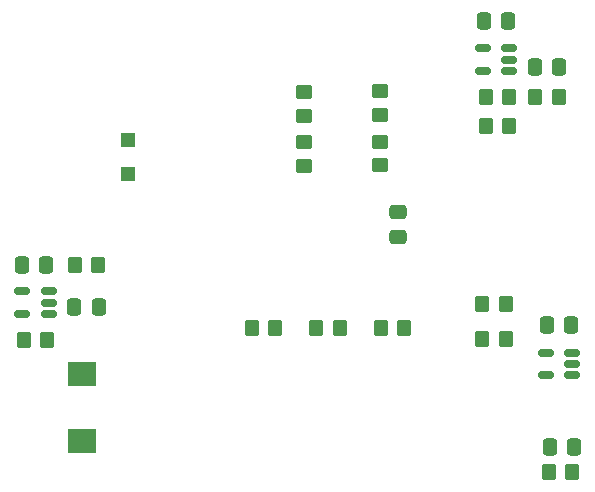
<source format=gbp>
%TF.GenerationSoftware,KiCad,Pcbnew,8.0.9*%
%TF.CreationDate,2025-05-22T10:54:23-04:00*%
%TF.ProjectId,rocket_power_board,726f636b-6574-45f7-906f-7765725f626f,rev?*%
%TF.SameCoordinates,Original*%
%TF.FileFunction,Paste,Bot*%
%TF.FilePolarity,Positive*%
%FSLAX46Y46*%
G04 Gerber Fmt 4.6, Leading zero omitted, Abs format (unit mm)*
G04 Created by KiCad (PCBNEW 8.0.9) date 2025-05-22 10:54:23*
%MOMM*%
%LPD*%
G01*
G04 APERTURE LIST*
G04 Aperture macros list*
%AMRoundRect*
0 Rectangle with rounded corners*
0 $1 Rounding radius*
0 $2 $3 $4 $5 $6 $7 $8 $9 X,Y pos of 4 corners*
0 Add a 4 corners polygon primitive as box body*
4,1,4,$2,$3,$4,$5,$6,$7,$8,$9,$2,$3,0*
0 Add four circle primitives for the rounded corners*
1,1,$1+$1,$2,$3*
1,1,$1+$1,$4,$5*
1,1,$1+$1,$6,$7*
1,1,$1+$1,$8,$9*
0 Add four rect primitives between the rounded corners*
20,1,$1+$1,$2,$3,$4,$5,0*
20,1,$1+$1,$4,$5,$6,$7,0*
20,1,$1+$1,$6,$7,$8,$9,0*
20,1,$1+$1,$8,$9,$2,$3,0*%
G04 Aperture macros list end*
%ADD10RoundRect,0.250000X-0.350000X-0.450000X0.350000X-0.450000X0.350000X0.450000X-0.350000X0.450000X0*%
%ADD11RoundRect,0.250000X0.350000X0.450000X-0.350000X0.450000X-0.350000X-0.450000X0.350000X-0.450000X0*%
%ADD12RoundRect,0.250000X-0.337500X-0.475000X0.337500X-0.475000X0.337500X0.475000X-0.337500X0.475000X0*%
%ADD13RoundRect,0.250000X0.337500X0.475000X-0.337500X0.475000X-0.337500X-0.475000X0.337500X-0.475000X0*%
%ADD14RoundRect,0.250000X-0.475000X0.337500X-0.475000X-0.337500X0.475000X-0.337500X0.475000X0.337500X0*%
%ADD15RoundRect,0.150000X0.512500X0.150000X-0.512500X0.150000X-0.512500X-0.150000X0.512500X-0.150000X0*%
%ADD16RoundRect,0.250000X-0.450000X0.350000X-0.450000X-0.350000X0.450000X-0.350000X0.450000X0.350000X0*%
%ADD17RoundRect,0.250000X0.450000X-0.350000X0.450000X0.350000X-0.450000X0.350000X-0.450000X-0.350000X0*%
%ADD18R,2.489200X2.159000*%
%ADD19R,1.200000X1.200000*%
G04 APERTURE END LIST*
D10*
%TO.C,R32*%
X233955500Y-96139000D03*
X235955500Y-96139000D03*
%TD*%
D11*
%TO.C,R19*%
X235674500Y-113697000D03*
X233674500Y-113697000D03*
%TD*%
D12*
%TO.C,C15*%
X239119500Y-115443000D03*
X241194500Y-115443000D03*
%TD*%
D13*
%TO.C,C16*%
X201189500Y-113919000D03*
X199114500Y-113919000D03*
%TD*%
D14*
%TO.C,C3*%
X226568000Y-105896500D03*
X226568000Y-107971500D03*
%TD*%
D11*
%TO.C,R23*%
X201152000Y-110363000D03*
X199152000Y-110363000D03*
%TD*%
D13*
%TO.C,C24*%
X240178500Y-93599000D03*
X238103500Y-93599000D03*
%TD*%
D15*
%TO.C,U8*%
X235960500Y-92014000D03*
X235960500Y-92964000D03*
X235960500Y-93914000D03*
X233685500Y-93914000D03*
X233685500Y-92014000D03*
%TD*%
%TO.C,U5*%
X196967000Y-112588000D03*
X196967000Y-113538000D03*
X196967000Y-114488000D03*
X194692000Y-114488000D03*
X194692000Y-112588000D03*
%TD*%
D10*
%TO.C,R9*%
X219599000Y-115697000D03*
X221599000Y-115697000D03*
%TD*%
D16*
%TO.C,R6*%
X218567000Y-95731500D03*
X218567000Y-97731500D03*
%TD*%
D12*
%TO.C,C14*%
X194669500Y-110363000D03*
X196744500Y-110363000D03*
%TD*%
D16*
%TO.C,R3*%
X225044000Y-95663000D03*
X225044000Y-97663000D03*
%TD*%
D17*
%TO.C,R7*%
X218567000Y-101965000D03*
X218567000Y-99965000D03*
%TD*%
D18*
%TO.C,C25*%
X199771000Y-119608600D03*
X199771000Y-125247400D03*
%TD*%
D10*
%TO.C,R10*%
X225060000Y-115697000D03*
X227060000Y-115697000D03*
%TD*%
%TO.C,R11*%
X194834000Y-116713000D03*
X196834000Y-116713000D03*
%TD*%
D11*
%TO.C,R24*%
X241284000Y-127889000D03*
X239284000Y-127889000D03*
%TD*%
D17*
%TO.C,R4*%
X225044000Y-101927500D03*
X225044000Y-99927500D03*
%TD*%
D10*
%TO.C,R31*%
X233955500Y-98552000D03*
X235955500Y-98552000D03*
%TD*%
D11*
%TO.C,R20*%
X235674500Y-116647000D03*
X233674500Y-116647000D03*
%TD*%
D19*
%TO.C,D5*%
X203708000Y-102619000D03*
X203708000Y-99819000D03*
%TD*%
D12*
%TO.C,C22*%
X233791000Y-89662000D03*
X235866000Y-89662000D03*
%TD*%
D11*
%TO.C,R35*%
X240146500Y-96139000D03*
X238146500Y-96139000D03*
%TD*%
D13*
%TO.C,C17*%
X241448500Y-125730000D03*
X239373500Y-125730000D03*
%TD*%
D15*
%TO.C,U6*%
X241294500Y-117795000D03*
X241294500Y-118745000D03*
X241294500Y-119695000D03*
X239019500Y-119695000D03*
X239019500Y-117795000D03*
%TD*%
D10*
%TO.C,R8*%
X214138000Y-115697000D03*
X216138000Y-115697000D03*
%TD*%
M02*

</source>
